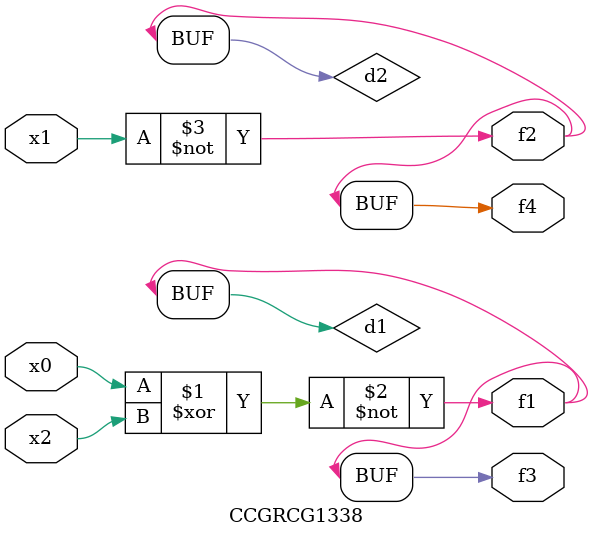
<source format=v>
module CCGRCG1338(
	input x0, x1, x2,
	output f1, f2, f3, f4
);

	wire d1, d2, d3;

	xnor (d1, x0, x2);
	nand (d2, x1);
	nor (d3, x1, x2);
	assign f1 = d1;
	assign f2 = d2;
	assign f3 = d1;
	assign f4 = d2;
endmodule

</source>
